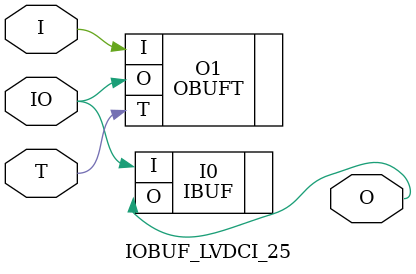
<source format=v>


`timescale  1 ps / 1 ps


module IOBUF_LVDCI_25 (O, IO, I, T);

    output O;

    inout  IO;

    input  I, T;

        OBUFT #(.IOSTANDARD("LVDCI_25") ) O1 (.O(IO), .I(I), .T(T)); 
	IBUF #(.IOSTANDARD("LVDCI_25"))  I0 (.O(O), .I(IO));
        

endmodule



</source>
